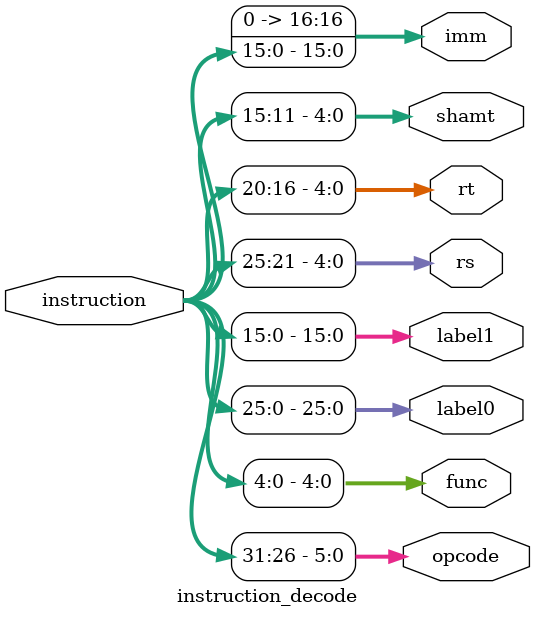
<source format=v>
`timescale 1ns / 1ps
module instruction_decode (
    input [31:0] instruction,
    output [5:0] opcode,
    output [4:0] func,
    output [25:0] label0,
    output [15:0] label1,
    output [4:0] rs,
    output [4:0] rt,
    output [4:0] shamt,
    output [16:0] imm
);

    assign opcode = instruction[31:26];
    assign func = instruction[4:0];
    assign label0 = instruction[25:0];
    assign label1 = instruction[15:0];
    assign rs = instruction[25:21];
    assign rt = instruction[20:16];
    assign shamt = instruction[15:11];
    assign imm = instruction[15:0];
    
endmodule
</source>
